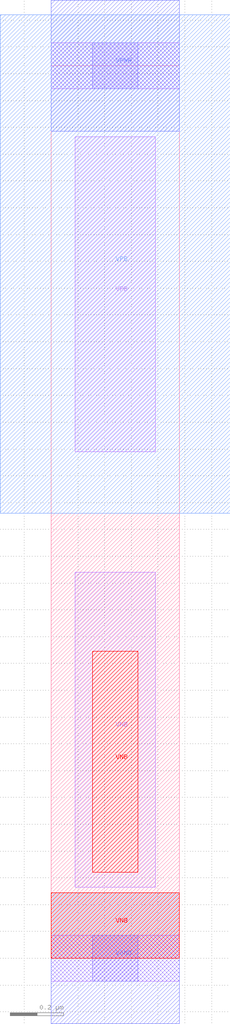
<source format=lef>
# Copyright 2020 The SkyWater PDK Authors
#
# Licensed under the Apache License, Version 2.0 (the "License");
# you may not use this file except in compliance with the License.
# You may obtain a copy of the License at
#
#     https://www.apache.org/licenses/LICENSE-2.0
#
# Unless required by applicable law or agreed to in writing, software
# distributed under the License is distributed on an "AS IS" BASIS,
# WITHOUT WARRANTIES OR CONDITIONS OF ANY KIND, either express or implied.
# See the License for the specific language governing permissions and
# limitations under the License.
#
# SPDX-License-Identifier: Apache-2.0

VERSION 5.7 ;
  NOWIREEXTENSIONATPIN ON ;
  DIVIDERCHAR "/" ;
  BUSBITCHARS "[]" ;
MACRO sky130_fd_sc_hs__tap_1
  CLASS CORE WELLTAP ;
  FOREIGN sky130_fd_sc_hs__tap_1 ;
  ORIGIN  0.000000  0.000000 ;
  SIZE  0.480000 BY  3.330000 ;
  SYMMETRY X Y ;
  SITE unit ;
  PIN VGND
    DIRECTION INOUT ;
    USE GROUND ;
    PORT
      LAYER met1 ;
        RECT 0.000000 -0.245000 0.480000 0.245000 ;
    END
  END VGND
  PIN VNB
    DIRECTION INOUT ;
    USE GROUND ;
    PORT
      LAYER li1 ;
        RECT 0.090000 0.265000 0.390000 1.440000 ;
      LAYER pwell ;
        RECT 0.155000 0.320000 0.325000 1.145000 ;
    END
    PORT
      LAYER pwell ;
        RECT 0.000000 0.000000 0.480000 0.245000 ;
    END
  END VNB
  PIN VPB
    DIRECTION INOUT ;
    USE POWER ;
    PORT
      LAYER li1 ;
        RECT 0.090000 1.890000 0.390000 3.065000 ;
      LAYER nwell ;
        RECT -0.190000 1.660000 0.670000 3.520000 ;
    END
  END VPB
  PIN VPWR
    DIRECTION INOUT ;
    USE POWER ;
    PORT
      LAYER met1 ;
        RECT 0.000000 3.085000 0.480000 3.575000 ;
    END
  END VPWR
  OBS
    LAYER li1 ;
      RECT 0.000000 -0.085000 0.480000 0.085000 ;
      RECT 0.000000  3.245000 0.480000 3.415000 ;
    LAYER mcon ;
      RECT 0.155000 -0.085000 0.325000 0.085000 ;
      RECT 0.155000  3.245000 0.325000 3.415000 ;
  END
END sky130_fd_sc_hs__tap_1
END LIBRARY

</source>
